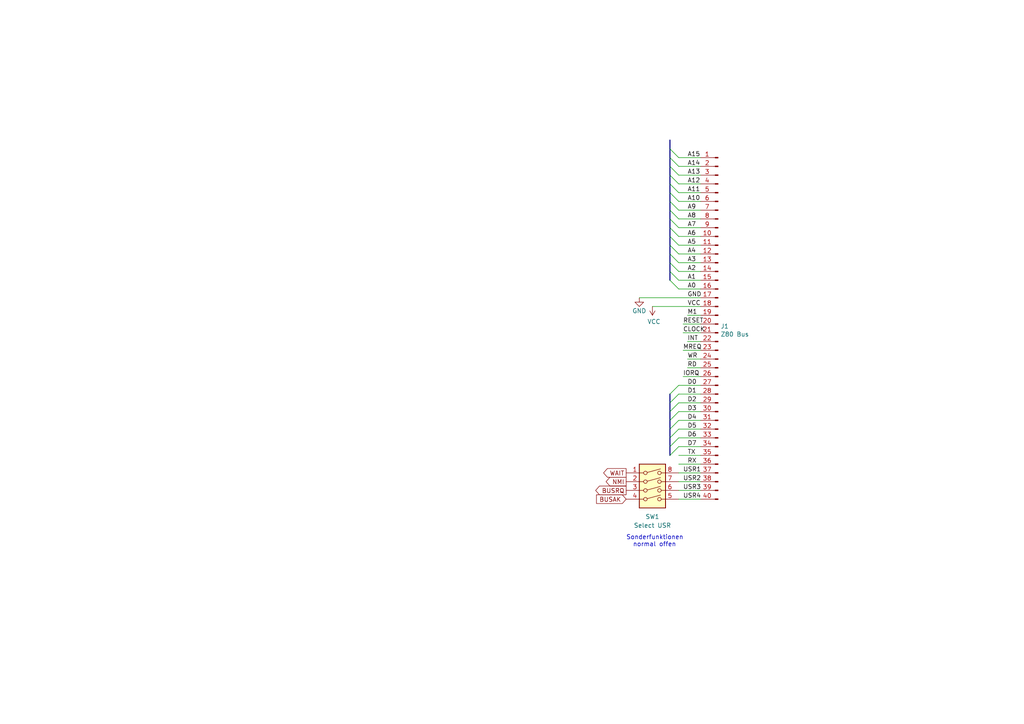
<source format=kicad_sch>
(kicad_sch (version 20230121) (generator eeschema)

  (uuid 6a1d44ed-f18a-4f6d-933d-22eba80ecf9a)

  (paper "A4")

  (title_block
    (title "aZ80 Protoboard")
    (date "18.09.2024")
    (rev "1.1")
    (company "attraktor e.V. - Frank Hellmann")
  )

  (lib_symbols
    (symbol "Switch:SW_DIP_x04" (pin_names (offset 0) hide) (in_bom yes) (on_board yes)
      (property "Reference" "SW" (at 0 8.89 0)
        (effects (font (size 1.27 1.27)))
      )
      (property "Value" "SW_DIP_x04" (at 0 -6.35 0)
        (effects (font (size 1.27 1.27)))
      )
      (property "Footprint" "" (at 0 0 0)
        (effects (font (size 1.27 1.27)) hide)
      )
      (property "Datasheet" "~" (at 0 0 0)
        (effects (font (size 1.27 1.27)) hide)
      )
      (property "ki_keywords" "dip switch" (at 0 0 0)
        (effects (font (size 1.27 1.27)) hide)
      )
      (property "ki_description" "4x DIP Switch, Single Pole Single Throw (SPST) switch, small symbol" (at 0 0 0)
        (effects (font (size 1.27 1.27)) hide)
      )
      (property "ki_fp_filters" "SW?DIP?x4*" (at 0 0 0)
        (effects (font (size 1.27 1.27)) hide)
      )
      (symbol "SW_DIP_x04_0_0"
        (circle (center -2.032 -2.54) (radius 0.508)
          (stroke (width 0) (type default))
          (fill (type none))
        )
        (circle (center -2.032 0) (radius 0.508)
          (stroke (width 0) (type default))
          (fill (type none))
        )
        (circle (center -2.032 2.54) (radius 0.508)
          (stroke (width 0) (type default))
          (fill (type none))
        )
        (circle (center -2.032 5.08) (radius 0.508)
          (stroke (width 0) (type default))
          (fill (type none))
        )
        (polyline
          (pts
            (xy -1.524 -2.3876)
            (xy 2.3622 -1.3462)
          )
          (stroke (width 0) (type default))
          (fill (type none))
        )
        (polyline
          (pts
            (xy -1.524 0.127)
            (xy 2.3622 1.1684)
          )
          (stroke (width 0) (type default))
          (fill (type none))
        )
        (polyline
          (pts
            (xy -1.524 2.667)
            (xy 2.3622 3.7084)
          )
          (stroke (width 0) (type default))
          (fill (type none))
        )
        (polyline
          (pts
            (xy -1.524 5.207)
            (xy 2.3622 6.2484)
          )
          (stroke (width 0) (type default))
          (fill (type none))
        )
        (circle (center 2.032 -2.54) (radius 0.508)
          (stroke (width 0) (type default))
          (fill (type none))
        )
        (circle (center 2.032 0) (radius 0.508)
          (stroke (width 0) (type default))
          (fill (type none))
        )
        (circle (center 2.032 2.54) (radius 0.508)
          (stroke (width 0) (type default))
          (fill (type none))
        )
        (circle (center 2.032 5.08) (radius 0.508)
          (stroke (width 0) (type default))
          (fill (type none))
        )
      )
      (symbol "SW_DIP_x04_0_1"
        (rectangle (start -3.81 7.62) (end 3.81 -5.08)
          (stroke (width 0.254) (type default))
          (fill (type background))
        )
      )
      (symbol "SW_DIP_x04_1_1"
        (pin passive line (at -7.62 5.08 0) (length 5.08)
          (name "~" (effects (font (size 1.27 1.27))))
          (number "1" (effects (font (size 1.27 1.27))))
        )
        (pin passive line (at -7.62 2.54 0) (length 5.08)
          (name "~" (effects (font (size 1.27 1.27))))
          (number "2" (effects (font (size 1.27 1.27))))
        )
        (pin passive line (at -7.62 0 0) (length 5.08)
          (name "~" (effects (font (size 1.27 1.27))))
          (number "3" (effects (font (size 1.27 1.27))))
        )
        (pin passive line (at -7.62 -2.54 0) (length 5.08)
          (name "~" (effects (font (size 1.27 1.27))))
          (number "4" (effects (font (size 1.27 1.27))))
        )
        (pin passive line (at 7.62 -2.54 180) (length 5.08)
          (name "~" (effects (font (size 1.27 1.27))))
          (number "5" (effects (font (size 1.27 1.27))))
        )
        (pin passive line (at 7.62 0 180) (length 5.08)
          (name "~" (effects (font (size 1.27 1.27))))
          (number "6" (effects (font (size 1.27 1.27))))
        )
        (pin passive line (at 7.62 2.54 180) (length 5.08)
          (name "~" (effects (font (size 1.27 1.27))))
          (number "7" (effects (font (size 1.27 1.27))))
        )
        (pin passive line (at 7.62 5.08 180) (length 5.08)
          (name "~" (effects (font (size 1.27 1.27))))
          (number "8" (effects (font (size 1.27 1.27))))
        )
      )
    )
    (symbol "aZ80_Proto-rescue:Conn_01x40_Male-Connector" (pin_names (offset 1.016) hide) (in_bom yes) (on_board yes)
      (property "Reference" "J" (at 0 50.8 0)
        (effects (font (size 1.27 1.27)))
      )
      (property "Value" "Connector_Conn_01x40_Male" (at 0 -53.34 0)
        (effects (font (size 1.27 1.27)))
      )
      (property "Footprint" "" (at 0 0 0)
        (effects (font (size 1.27 1.27)) hide)
      )
      (property "Datasheet" "" (at 0 0 0)
        (effects (font (size 1.27 1.27)) hide)
      )
      (property "ki_fp_filters" "Connector*:*_1x??_*" (at 0 0 0)
        (effects (font (size 1.27 1.27)) hide)
      )
      (symbol "Conn_01x40_Male-Connector_1_1"
        (polyline
          (pts
            (xy 1.27 -50.8)
            (xy 0.8636 -50.8)
          )
          (stroke (width 0.1524) (type solid))
          (fill (type none))
        )
        (polyline
          (pts
            (xy 1.27 -48.26)
            (xy 0.8636 -48.26)
          )
          (stroke (width 0.1524) (type solid))
          (fill (type none))
        )
        (polyline
          (pts
            (xy 1.27 -45.72)
            (xy 0.8636 -45.72)
          )
          (stroke (width 0.1524) (type solid))
          (fill (type none))
        )
        (polyline
          (pts
            (xy 1.27 -43.18)
            (xy 0.8636 -43.18)
          )
          (stroke (width 0.1524) (type solid))
          (fill (type none))
        )
        (polyline
          (pts
            (xy 1.27 -40.64)
            (xy 0.8636 -40.64)
          )
          (stroke (width 0.1524) (type solid))
          (fill (type none))
        )
        (polyline
          (pts
            (xy 1.27 -38.1)
            (xy 0.8636 -38.1)
          )
          (stroke (width 0.1524) (type solid))
          (fill (type none))
        )
        (polyline
          (pts
            (xy 1.27 -35.56)
            (xy 0.8636 -35.56)
          )
          (stroke (width 0.1524) (type solid))
          (fill (type none))
        )
        (polyline
          (pts
            (xy 1.27 -33.02)
            (xy 0.8636 -33.02)
          )
          (stroke (width 0.1524) (type solid))
          (fill (type none))
        )
        (polyline
          (pts
            (xy 1.27 -30.48)
            (xy 0.8636 -30.48)
          )
          (stroke (width 0.1524) (type solid))
          (fill (type none))
        )
        (polyline
          (pts
            (xy 1.27 -27.94)
            (xy 0.8636 -27.94)
          )
          (stroke (width 0.1524) (type solid))
          (fill (type none))
        )
        (polyline
          (pts
            (xy 1.27 -25.4)
            (xy 0.8636 -25.4)
          )
          (stroke (width 0.1524) (type solid))
          (fill (type none))
        )
        (polyline
          (pts
            (xy 1.27 -22.86)
            (xy 0.8636 -22.86)
          )
          (stroke (width 0.1524) (type solid))
          (fill (type none))
        )
        (polyline
          (pts
            (xy 1.27 -20.32)
            (xy 0.8636 -20.32)
          )
          (stroke (width 0.1524) (type solid))
          (fill (type none))
        )
        (polyline
          (pts
            (xy 1.27 -17.78)
            (xy 0.8636 -17.78)
          )
          (stroke (width 0.1524) (type solid))
          (fill (type none))
        )
        (polyline
          (pts
            (xy 1.27 -15.24)
            (xy 0.8636 -15.24)
          )
          (stroke (width 0.1524) (type solid))
          (fill (type none))
        )
        (polyline
          (pts
            (xy 1.27 -12.7)
            (xy 0.8636 -12.7)
          )
          (stroke (width 0.1524) (type solid))
          (fill (type none))
        )
        (polyline
          (pts
            (xy 1.27 -10.16)
            (xy 0.8636 -10.16)
          )
          (stroke (width 0.1524) (type solid))
          (fill (type none))
        )
        (polyline
          (pts
            (xy 1.27 -7.62)
            (xy 0.8636 -7.62)
          )
          (stroke (width 0.1524) (type solid))
          (fill (type none))
        )
        (polyline
          (pts
            (xy 1.27 -5.08)
            (xy 0.8636 -5.08)
          )
          (stroke (width 0.1524) (type solid))
          (fill (type none))
        )
        (polyline
          (pts
            (xy 1.27 -2.54)
            (xy 0.8636 -2.54)
          )
          (stroke (width 0.1524) (type solid))
          (fill (type none))
        )
        (polyline
          (pts
            (xy 1.27 0)
            (xy 0.8636 0)
          )
          (stroke (width 0.1524) (type solid))
          (fill (type none))
        )
        (polyline
          (pts
            (xy 1.27 2.54)
            (xy 0.8636 2.54)
          )
          (stroke (width 0.1524) (type solid))
          (fill (type none))
        )
        (polyline
          (pts
            (xy 1.27 5.08)
            (xy 0.8636 5.08)
          )
          (stroke (width 0.1524) (type solid))
          (fill (type none))
        )
        (polyline
          (pts
            (xy 1.27 7.62)
            (xy 0.8636 7.62)
          )
          (stroke (width 0.1524) (type solid))
          (fill (type none))
        )
        (polyline
          (pts
            (xy 1.27 10.16)
            (xy 0.8636 10.16)
          )
          (stroke (width 0.1524) (type solid))
          (fill (type none))
        )
        (polyline
          (pts
            (xy 1.27 12.7)
            (xy 0.8636 12.7)
          )
          (stroke (width 0.1524) (type solid))
          (fill (type none))
        )
        (polyline
          (pts
            (xy 1.27 15.24)
            (xy 0.8636 15.24)
          )
          (stroke (width 0.1524) (type solid))
          (fill (type none))
        )
        (polyline
          (pts
            (xy 1.27 17.78)
            (xy 0.8636 17.78)
          )
          (stroke (width 0.1524) (type solid))
          (fill (type none))
        )
        (polyline
          (pts
            (xy 1.27 20.32)
            (xy 0.8636 20.32)
          )
          (stroke (width 0.1524) (type solid))
          (fill (type none))
        )
        (polyline
          (pts
            (xy 1.27 22.86)
            (xy 0.8636 22.86)
          )
          (stroke (width 0.1524) (type solid))
          (fill (type none))
        )
        (polyline
          (pts
            (xy 1.27 25.4)
            (xy 0.8636 25.4)
          )
          (stroke (width 0.1524) (type solid))
          (fill (type none))
        )
        (polyline
          (pts
            (xy 1.27 27.94)
            (xy 0.8636 27.94)
          )
          (stroke (width 0.1524) (type solid))
          (fill (type none))
        )
        (polyline
          (pts
            (xy 1.27 30.48)
            (xy 0.8636 30.48)
          )
          (stroke (width 0.1524) (type solid))
          (fill (type none))
        )
        (polyline
          (pts
            (xy 1.27 33.02)
            (xy 0.8636 33.02)
          )
          (stroke (width 0.1524) (type solid))
          (fill (type none))
        )
        (polyline
          (pts
            (xy 1.27 35.56)
            (xy 0.8636 35.56)
          )
          (stroke (width 0.1524) (type solid))
          (fill (type none))
        )
        (polyline
          (pts
            (xy 1.27 38.1)
            (xy 0.8636 38.1)
          )
          (stroke (width 0.1524) (type solid))
          (fill (type none))
        )
        (polyline
          (pts
            (xy 1.27 40.64)
            (xy 0.8636 40.64)
          )
          (stroke (width 0.1524) (type solid))
          (fill (type none))
        )
        (polyline
          (pts
            (xy 1.27 43.18)
            (xy 0.8636 43.18)
          )
          (stroke (width 0.1524) (type solid))
          (fill (type none))
        )
        (polyline
          (pts
            (xy 1.27 45.72)
            (xy 0.8636 45.72)
          )
          (stroke (width 0.1524) (type solid))
          (fill (type none))
        )
        (polyline
          (pts
            (xy 1.27 48.26)
            (xy 0.8636 48.26)
          )
          (stroke (width 0.1524) (type solid))
          (fill (type none))
        )
        (rectangle (start 0.8636 -50.673) (end 0 -50.927)
          (stroke (width 0.1524) (type solid))
          (fill (type outline))
        )
        (rectangle (start 0.8636 -48.133) (end 0 -48.387)
          (stroke (width 0.1524) (type solid))
          (fill (type outline))
        )
        (rectangle (start 0.8636 -45.593) (end 0 -45.847)
          (stroke (width 0.1524) (type solid))
          (fill (type outline))
        )
        (rectangle (start 0.8636 -43.053) (end 0 -43.307)
          (stroke (width 0.1524) (type solid))
          (fill (type outline))
        )
        (rectangle (start 0.8636 -40.513) (end 0 -40.767)
          (stroke (width 0.1524) (type solid))
          (fill (type outline))
        )
        (rectangle (start 0.8636 -37.973) (end 0 -38.227)
          (stroke (width 0.1524) (type solid))
          (fill (type outline))
        )
        (rectangle (start 0.8636 -35.433) (end 0 -35.687)
          (stroke (width 0.1524) (type solid))
          (fill (type outline))
        )
        (rectangle (start 0.8636 -32.893) (end 0 -33.147)
          (stroke (width 0.1524) (type solid))
          (fill (type outline))
        )
        (rectangle (start 0.8636 -30.353) (end 0 -30.607)
          (stroke (width 0.1524) (type solid))
          (fill (type outline))
        )
        (rectangle (start 0.8636 -27.813) (end 0 -28.067)
          (stroke (width 0.1524) (type solid))
          (fill (type outline))
        )
        (rectangle (start 0.8636 -25.273) (end 0 -25.527)
          (stroke (width 0.1524) (type solid))
          (fill (type outline))
        )
        (rectangle (start 0.8636 -22.733) (end 0 -22.987)
          (stroke (width 0.1524) (type solid))
          (fill (type outline))
        )
        (rectangle (start 0.8636 -20.193) (end 0 -20.447)
          (stroke (width 0.1524) (type solid))
          (fill (type outline))
        )
        (rectangle (start 0.8636 -17.653) (end 0 -17.907)
          (stroke (width 0.1524) (type solid))
          (fill (type outline))
        )
        (rectangle (start 0.8636 -15.113) (end 0 -15.367)
          (stroke (width 0.1524) (type solid))
          (fill (type outline))
        )
        (rectangle (start 0.8636 -12.573) (end 0 -12.827)
          (stroke (width 0.1524) (type solid))
          (fill (type outline))
        )
        (rectangle (start 0.8636 -10.033) (end 0 -10.287)
          (stroke (width 0.1524) (type solid))
          (fill (type outline))
        )
        (rectangle (start 0.8636 -7.493) (end 0 -7.747)
          (stroke (width 0.1524) (type solid))
          (fill (type outline))
        )
        (rectangle (start 0.8636 -4.953) (end 0 -5.207)
          (stroke (width 0.1524) (type solid))
          (fill (type outline))
        )
        (rectangle (start 0.8636 -2.413) (end 0 -2.667)
          (stroke (width 0.1524) (type solid))
          (fill (type outline))
        )
        (rectangle (start 0.8636 0.127) (end 0 -0.127)
          (stroke (width 0.1524) (type solid))
          (fill (type outline))
        )
        (rectangle (start 0.8636 2.667) (end 0 2.413)
          (stroke (width 0.1524) (type solid))
          (fill (type outline))
        )
        (rectangle (start 0.8636 5.207) (end 0 4.953)
          (stroke (width 0.1524) (type solid))
          (fill (type outline))
        )
        (rectangle (start 0.8636 7.747) (end 0 7.493)
          (stroke (width 0.1524) (type solid))
          (fill (type outline))
        )
        (rectangle (start 0.8636 10.287) (end 0 10.033)
          (stroke (width 0.1524) (type solid))
          (fill (type outline))
        )
        (rectangle (start 0.8636 12.827) (end 0 12.573)
          (stroke (width 0.1524) (type solid))
          (fill (type outline))
        )
        (rectangle (start 0.8636 15.367) (end 0 15.113)
          (stroke (width 0.1524) (type solid))
          (fill (type outline))
        )
        (rectangle (start 0.8636 17.907) (end 0 17.653)
          (stroke (width 0.1524) (type solid))
          (fill (type outline))
        )
        (rectangle (start 0.8636 20.447) (end 0 20.193)
          (stroke (width 0.1524) (type solid))
          (fill (type outline))
        )
        (rectangle (start 0.8636 22.987) (end 0 22.733)
          (stroke (width 0.1524) (type solid))
          (fill (type outline))
        )
        (rectangle (start 0.8636 25.527) (end 0 25.273)
          (stroke (width 0.1524) (type solid))
          (fill (type outline))
        )
        (rectangle (start 0.8636 28.067) (end 0 27.813)
          (stroke (width 0.1524) (type solid))
          (fill (type outline))
        )
        (rectangle (start 0.8636 30.607) (end 0 30.353)
          (stroke (width 0.1524) (type solid))
          (fill (type outline))
        )
        (rectangle (start 0.8636 33.147) (end 0 32.893)
          (stroke (width 0.1524) (type solid))
          (fill (type outline))
        )
        (rectangle (start 0.8636 35.687) (end 0 35.433)
          (stroke (width 0.1524) (type solid))
          (fill (type outline))
        )
        (rectangle (start 0.8636 38.227) (end 0 37.973)
          (stroke (width 0.1524) (type solid))
          (fill (type outline))
        )
        (rectangle (start 0.8636 40.767) (end 0 40.513)
          (stroke (width 0.1524) (type solid))
          (fill (type outline))
        )
        (rectangle (start 0.8636 43.307) (end 0 43.053)
          (stroke (width 0.1524) (type solid))
          (fill (type outline))
        )
        (rectangle (start 0.8636 45.847) (end 0 45.593)
          (stroke (width 0.1524) (type solid))
          (fill (type outline))
        )
        (rectangle (start 0.8636 48.387) (end 0 48.133)
          (stroke (width 0.1524) (type solid))
          (fill (type outline))
        )
        (pin passive line (at 5.08 48.26 180) (length 3.81)
          (name "Pin_1" (effects (font (size 1.27 1.27))))
          (number "1" (effects (font (size 1.27 1.27))))
        )
        (pin passive line (at 5.08 25.4 180) (length 3.81)
          (name "Pin_10" (effects (font (size 1.27 1.27))))
          (number "10" (effects (font (size 1.27 1.27))))
        )
        (pin passive line (at 5.08 22.86 180) (length 3.81)
          (name "Pin_11" (effects (font (size 1.27 1.27))))
          (number "11" (effects (font (size 1.27 1.27))))
        )
        (pin passive line (at 5.08 20.32 180) (length 3.81)
          (name "Pin_12" (effects (font (size 1.27 1.27))))
          (number "12" (effects (font (size 1.27 1.27))))
        )
        (pin passive line (at 5.08 17.78 180) (length 3.81)
          (name "Pin_13" (effects (font (size 1.27 1.27))))
          (number "13" (effects (font (size 1.27 1.27))))
        )
        (pin passive line (at 5.08 15.24 180) (length 3.81)
          (name "Pin_14" (effects (font (size 1.27 1.27))))
          (number "14" (effects (font (size 1.27 1.27))))
        )
        (pin passive line (at 5.08 12.7 180) (length 3.81)
          (name "Pin_15" (effects (font (size 1.27 1.27))))
          (number "15" (effects (font (size 1.27 1.27))))
        )
        (pin passive line (at 5.08 10.16 180) (length 3.81)
          (name "Pin_16" (effects (font (size 1.27 1.27))))
          (number "16" (effects (font (size 1.27 1.27))))
        )
        (pin passive line (at 5.08 7.62 180) (length 3.81)
          (name "Pin_17" (effects (font (size 1.27 1.27))))
          (number "17" (effects (font (size 1.27 1.27))))
        )
        (pin passive line (at 5.08 5.08 180) (length 3.81)
          (name "Pin_18" (effects (font (size 1.27 1.27))))
          (number "18" (effects (font (size 1.27 1.27))))
        )
        (pin passive line (at 5.08 2.54 180) (length 3.81)
          (name "Pin_19" (effects (font (size 1.27 1.27))))
          (number "19" (effects (font (size 1.27 1.27))))
        )
        (pin passive line (at 5.08 45.72 180) (length 3.81)
          (name "Pin_2" (effects (font (size 1.27 1.27))))
          (number "2" (effects (font (size 1.27 1.27))))
        )
        (pin passive line (at 5.08 0 180) (length 3.81)
          (name "Pin_20" (effects (font (size 1.27 1.27))))
          (number "20" (effects (font (size 1.27 1.27))))
        )
        (pin passive line (at 5.08 -2.54 180) (length 3.81)
          (name "Pin_21" (effects (font (size 1.27 1.27))))
          (number "21" (effects (font (size 1.27 1.27))))
        )
        (pin passive line (at 5.08 -5.08 180) (length 3.81)
          (name "Pin_22" (effects (font (size 1.27 1.27))))
          (number "22" (effects (font (size 1.27 1.27))))
        )
        (pin passive line (at 5.08 -7.62 180) (length 3.81)
          (name "Pin_23" (effects (font (size 1.27 1.27))))
          (number "23" (effects (font (size 1.27 1.27))))
        )
        (pin passive line (at 5.08 -10.16 180) (length 3.81)
          (name "Pin_24" (effects (font (size 1.27 1.27))))
          (number "24" (effects (font (size 1.27 1.27))))
        )
        (pin passive line (at 5.08 -12.7 180) (length 3.81)
          (name "Pin_25" (effects (font (size 1.27 1.27))))
          (number "25" (effects (font (size 1.27 1.27))))
        )
        (pin passive line (at 5.08 -15.24 180) (length 3.81)
          (name "Pin_26" (effects (font (size 1.27 1.27))))
          (number "26" (effects (font (size 1.27 1.27))))
        )
        (pin passive line (at 5.08 -17.78 180) (length 3.81)
          (name "Pin_27" (effects (font (size 1.27 1.27))))
          (number "27" (effects (font (size 1.27 1.27))))
        )
        (pin passive line (at 5.08 -20.32 180) (length 3.81)
          (name "Pin_28" (effects (font (size 1.27 1.27))))
          (number "28" (effects (font (size 1.27 1.27))))
        )
        (pin passive line (at 5.08 -22.86 180) (length 3.81)
          (name "Pin_29" (effects (font (size 1.27 1.27))))
          (number "29" (effects (font (size 1.27 1.27))))
        )
        (pin passive line (at 5.08 43.18 180) (length 3.81)
          (name "Pin_3" (effects (font (size 1.27 1.27))))
          (number "3" (effects (font (size 1.27 1.27))))
        )
        (pin passive line (at 5.08 -25.4 180) (length 3.81)
          (name "Pin_30" (effects (font (size 1.27 1.27))))
          (number "30" (effects (font (size 1.27 1.27))))
        )
        (pin passive line (at 5.08 -27.94 180) (length 3.81)
          (name "Pin_31" (effects (font (size 1.27 1.27))))
          (number "31" (effects (font (size 1.27 1.27))))
        )
        (pin passive line (at 5.08 -30.48 180) (length 3.81)
          (name "Pin_32" (effects (font (size 1.27 1.27))))
          (number "32" (effects (font (size 1.27 1.27))))
        )
        (pin passive line (at 5.08 -33.02 180) (length 3.81)
          (name "Pin_33" (effects (font (size 1.27 1.27))))
          (number "33" (effects (font (size 1.27 1.27))))
        )
        (pin passive line (at 5.08 -35.56 180) (length 3.81)
          (name "Pin_34" (effects (font (size 1.27 1.27))))
          (number "34" (effects (font (size 1.27 1.27))))
        )
        (pin passive line (at 5.08 -38.1 180) (length 3.81)
          (name "Pin_35" (effects (font (size 1.27 1.27))))
          (number "35" (effects (font (size 1.27 1.27))))
        )
        (pin passive line (at 5.08 -40.64 180) (length 3.81)
          (name "Pin_36" (effects (font (size 1.27 1.27))))
          (number "36" (effects (font (size 1.27 1.27))))
        )
        (pin passive line (at 5.08 -43.18 180) (length 3.81)
          (name "Pin_37" (effects (font (size 1.27 1.27))))
          (number "37" (effects (font (size 1.27 1.27))))
        )
        (pin passive line (at 5.08 -45.72 180) (length 3.81)
          (name "Pin_38" (effects (font (size 1.27 1.27))))
          (number "38" (effects (font (size 1.27 1.27))))
        )
        (pin passive line (at 5.08 -48.26 180) (length 3.81)
          (name "Pin_39" (effects (font (size 1.27 1.27))))
          (number "39" (effects (font (size 1.27 1.27))))
        )
        (pin passive line (at 5.08 40.64 180) (length 3.81)
          (name "Pin_4" (effects (font (size 1.27 1.27))))
          (number "4" (effects (font (size 1.27 1.27))))
        )
        (pin passive line (at 5.08 -50.8 180) (length 3.81)
          (name "Pin_40" (effects (font (size 1.27 1.27))))
          (number "40" (effects (font (size 1.27 1.27))))
        )
        (pin passive line (at 5.08 38.1 180) (length 3.81)
          (name "Pin_5" (effects (font (size 1.27 1.27))))
          (number "5" (effects (font (size 1.27 1.27))))
        )
        (pin passive line (at 5.08 35.56 180) (length 3.81)
          (name "Pin_6" (effects (font (size 1.27 1.27))))
          (number "6" (effects (font (size 1.27 1.27))))
        )
        (pin passive line (at 5.08 33.02 180) (length 3.81)
          (name "Pin_7" (effects (font (size 1.27 1.27))))
          (number "7" (effects (font (size 1.27 1.27))))
        )
        (pin passive line (at 5.08 30.48 180) (length 3.81)
          (name "Pin_8" (effects (font (size 1.27 1.27))))
          (number "8" (effects (font (size 1.27 1.27))))
        )
        (pin passive line (at 5.08 27.94 180) (length 3.81)
          (name "Pin_9" (effects (font (size 1.27 1.27))))
          (number "9" (effects (font (size 1.27 1.27))))
        )
      )
    )
    (symbol "power:GND" (power) (pin_names (offset 0)) (in_bom yes) (on_board yes)
      (property "Reference" "#PWR" (at 0 -6.35 0)
        (effects (font (size 1.27 1.27)) hide)
      )
      (property "Value" "GND" (at 0 -3.81 0)
        (effects (font (size 1.27 1.27)))
      )
      (property "Footprint" "" (at 0 0 0)
        (effects (font (size 1.27 1.27)) hide)
      )
      (property "Datasheet" "" (at 0 0 0)
        (effects (font (size 1.27 1.27)) hide)
      )
      (property "ki_keywords" "global power" (at 0 0 0)
        (effects (font (size 1.27 1.27)) hide)
      )
      (property "ki_description" "Power symbol creates a global label with name \"GND\" , ground" (at 0 0 0)
        (effects (font (size 1.27 1.27)) hide)
      )
      (symbol "GND_0_1"
        (polyline
          (pts
            (xy 0 0)
            (xy 0 -1.27)
            (xy 1.27 -1.27)
            (xy 0 -2.54)
            (xy -1.27 -1.27)
            (xy 0 -1.27)
          )
          (stroke (width 0) (type default))
          (fill (type none))
        )
      )
      (symbol "GND_1_1"
        (pin power_in line (at 0 0 270) (length 0) hide
          (name "GND" (effects (font (size 1.27 1.27))))
          (number "1" (effects (font (size 1.27 1.27))))
        )
      )
    )
    (symbol "power:VCC" (power) (pin_names (offset 0)) (in_bom yes) (on_board yes)
      (property "Reference" "#PWR" (at 0 -3.81 0)
        (effects (font (size 1.27 1.27)) hide)
      )
      (property "Value" "VCC" (at 0 3.81 0)
        (effects (font (size 1.27 1.27)))
      )
      (property "Footprint" "" (at 0 0 0)
        (effects (font (size 1.27 1.27)) hide)
      )
      (property "Datasheet" "" (at 0 0 0)
        (effects (font (size 1.27 1.27)) hide)
      )
      (property "ki_keywords" "global power" (at 0 0 0)
        (effects (font (size 1.27 1.27)) hide)
      )
      (property "ki_description" "Power symbol creates a global label with name \"VCC\"" (at 0 0 0)
        (effects (font (size 1.27 1.27)) hide)
      )
      (symbol "VCC_0_1"
        (polyline
          (pts
            (xy -0.762 1.27)
            (xy 0 2.54)
          )
          (stroke (width 0) (type default))
          (fill (type none))
        )
        (polyline
          (pts
            (xy 0 0)
            (xy 0 2.54)
          )
          (stroke (width 0) (type default))
          (fill (type none))
        )
        (polyline
          (pts
            (xy 0 2.54)
            (xy 0.762 1.27)
          )
          (stroke (width 0) (type default))
          (fill (type none))
        )
      )
      (symbol "VCC_1_1"
        (pin power_in line (at 0 0 90) (length 0) hide
          (name "VCC" (effects (font (size 1.27 1.27))))
          (number "1" (effects (font (size 1.27 1.27))))
        )
      )
    )
  )


  (bus_entry (at 194.31 119.38) (size 2.54 -2.54)
    (stroke (width 0) (type default))
    (uuid 2d666c85-11fb-4073-bce9-0608d21b8eca)
  )
  (bus_entry (at 196.85 129.54) (size -2.54 2.54)
    (stroke (width 0) (type default))
    (uuid 2ebf22bc-9c5d-45b6-80b4-a950d31ded25)
  )
  (bus_entry (at 194.31 58.42) (size 2.54 2.54)
    (stroke (width 0) (type default))
    (uuid 388060c3-ff34-4d02-8492-e2394543665c)
  )
  (bus_entry (at 194.31 76.2) (size 2.54 2.54)
    (stroke (width 0) (type default))
    (uuid 4bb31f04-6c37-4a08-9e47-b751cc647be9)
  )
  (bus_entry (at 194.31 73.66) (size 2.54 2.54)
    (stroke (width 0) (type default))
    (uuid 4e1ddb3e-dd75-4ee7-aa3f-6226fd8918b5)
  )
  (bus_entry (at 194.31 43.18) (size 2.54 2.54)
    (stroke (width 0) (type default))
    (uuid 4e9644d9-e465-4dd8-939e-d58e8dcf97dc)
  )
  (bus_entry (at 194.31 63.5) (size 2.54 2.54)
    (stroke (width 0) (type default))
    (uuid 5d39150c-3250-4d1a-9a54-3ccf4cefc418)
  )
  (bus_entry (at 194.31 53.34) (size 2.54 2.54)
    (stroke (width 0) (type default))
    (uuid 62f3d11a-2746-4978-b3b4-5f80c562ca09)
  )
  (bus_entry (at 194.31 129.54) (size 2.54 -2.54)
    (stroke (width 0) (type default))
    (uuid 78e8e4be-98be-40e3-87c2-ee23b552606f)
  )
  (bus_entry (at 194.31 68.58) (size 2.54 2.54)
    (stroke (width 0) (type default))
    (uuid 7b8a7804-5fd4-412b-9e7c-c05f33cbe9c1)
  )
  (bus_entry (at 194.31 60.96) (size 2.54 2.54)
    (stroke (width 0) (type default))
    (uuid 8cbcd9cf-024f-4092-b67a-5f996f0a7607)
  )
  (bus_entry (at 194.31 124.46) (size 2.54 -2.54)
    (stroke (width 0) (type default))
    (uuid 9cc4f8d1-0054-44f0-9dfe-01c8b9406dbb)
  )
  (bus_entry (at 194.31 66.04) (size 2.54 2.54)
    (stroke (width 0) (type default))
    (uuid a54f3d1c-7122-4645-b3ec-6c4a939a311e)
  )
  (bus_entry (at 194.31 48.26) (size 2.54 2.54)
    (stroke (width 0) (type default))
    (uuid afc0618e-8518-4ff8-99c5-b8a765ab005f)
  )
  (bus_entry (at 194.31 78.74) (size 2.54 2.54)
    (stroke (width 0) (type default))
    (uuid b384b87a-8ddd-4849-b115-15c22114ccb9)
  )
  (bus_entry (at 194.31 71.12) (size 2.54 2.54)
    (stroke (width 0) (type default))
    (uuid bae410a2-bbc4-4d87-9373-de30a0c7fac0)
  )
  (bus_entry (at 194.31 45.72) (size 2.54 2.54)
    (stroke (width 0) (type default))
    (uuid bb92b1e4-6f7e-4474-8c36-c335c2253634)
  )
  (bus_entry (at 194.31 50.8) (size 2.54 2.54)
    (stroke (width 0) (type default))
    (uuid d0a88c1c-7177-4b28-aa41-d5fa9405253a)
  )
  (bus_entry (at 194.31 127) (size 2.54 -2.54)
    (stroke (width 0) (type default))
    (uuid dc8f9d58-8f20-441b-9d60-8c8c4f1dfcae)
  )
  (bus_entry (at 194.31 116.84) (size 2.54 -2.54)
    (stroke (width 0) (type default))
    (uuid de8764be-0070-4729-ba92-02bbdc34c41c)
  )
  (bus_entry (at 194.31 55.88) (size 2.54 2.54)
    (stroke (width 0) (type default))
    (uuid f086dbf1-9647-4eda-9b54-51801e142b47)
  )
  (bus_entry (at 194.31 114.3) (size 2.54 -2.54)
    (stroke (width 0) (type default))
    (uuid f192c201-0d92-451c-8d81-1e96b7b62c3d)
  )
  (bus_entry (at 194.31 81.28) (size 2.54 2.54)
    (stroke (width 0) (type default))
    (uuid f5cd8598-0b4a-4fe0-bdd9-9d985f5c2a7b)
  )
  (bus_entry (at 194.31 121.92) (size 2.54 -2.54)
    (stroke (width 0) (type default))
    (uuid ff424bf5-dd26-4bac-8afe-6a82de2f2ad1)
  )

  (wire (pts (xy 203.2 124.46) (xy 196.85 124.46))
    (stroke (width 0) (type default))
    (uuid 02ec46b0-08de-4e8a-adca-7b7d2e65f6a8)
  )
  (bus (pts (xy 194.31 48.26) (xy 194.31 50.8))
    (stroke (width 0) (type default))
    (uuid 0842f20e-5d57-47f1-83c2-f618bc50c82a)
  )

  (wire (pts (xy 203.2 78.74) (xy 196.85 78.74))
    (stroke (width 0) (type default))
    (uuid 0889882c-b382-41b4-9133-0329fc5892b5)
  )
  (bus (pts (xy 194.31 43.18) (xy 194.31 45.72))
    (stroke (width 0) (type default))
    (uuid 0cb1fde3-58ba-495b-af7a-6c2409f4220b)
  )

  (wire (pts (xy 203.2 91.44) (xy 199.39 91.44))
    (stroke (width 0) (type default))
    (uuid 0d2cc791-86e8-487f-b78e-06c69ad0938f)
  )
  (bus (pts (xy 194.31 45.72) (xy 194.31 48.26))
    (stroke (width 0) (type default))
    (uuid 0e95566f-b102-44c6-9cef-6401d67da276)
  )

  (wire (pts (xy 203.2 144.78) (xy 196.85 144.78))
    (stroke (width 0) (type default))
    (uuid 11a3b6a7-8b76-4189-b0a9-28e603e3c872)
  )
  (bus (pts (xy 194.31 119.38) (xy 194.31 121.92))
    (stroke (width 0) (type default))
    (uuid 1b33e2b7-a351-4c5c-b120-8c4e71bf3fbd)
  )

  (wire (pts (xy 203.2 55.88) (xy 196.85 55.88))
    (stroke (width 0) (type default))
    (uuid 1d856a87-e9e2-44c7-85d2-88bc2e1ef46b)
  )
  (bus (pts (xy 194.31 73.66) (xy 194.31 76.2))
    (stroke (width 0) (type default))
    (uuid 2c85006d-0675-48ed-a628-a72b1a54ea91)
  )

  (wire (pts (xy 203.2 134.62) (xy 196.85 134.62))
    (stroke (width 0) (type default))
    (uuid 2de35631-1023-461f-b7b4-2b8ed7a136f0)
  )
  (wire (pts (xy 203.2 99.06) (xy 199.39 99.06))
    (stroke (width 0) (type default))
    (uuid 2e4cd78d-4017-4d05-bd19-718c6ff13d6e)
  )
  (wire (pts (xy 203.2 114.3) (xy 196.85 114.3))
    (stroke (width 0) (type default))
    (uuid 303659e0-80d7-4bb6-b72d-9cfc59884d10)
  )
  (bus (pts (xy 194.31 71.12) (xy 194.31 73.66))
    (stroke (width 0) (type default))
    (uuid 3dca2b57-4acb-430c-afb3-7071576f6dfd)
  )

  (wire (pts (xy 203.2 76.2) (xy 196.85 76.2))
    (stroke (width 0) (type default))
    (uuid 40647120-4fdf-4fd0-94f7-eedfb4804068)
  )
  (bus (pts (xy 194.31 76.2) (xy 194.31 78.74))
    (stroke (width 0) (type default))
    (uuid 47e3ebe4-4ff1-473b-841b-3422fdf29206)
  )
  (bus (pts (xy 194.31 127) (xy 194.31 129.54))
    (stroke (width 0) (type default))
    (uuid 55258868-3a7c-4532-99c3-86caf073196b)
  )
  (bus (pts (xy 194.31 55.88) (xy 194.31 58.42))
    (stroke (width 0) (type default))
    (uuid 572bbb0d-3119-4f0d-86be-dfa961a03143)
  )

  (wire (pts (xy 203.2 53.34) (xy 196.85 53.34))
    (stroke (width 0) (type default))
    (uuid 5a710e3d-7874-423c-a3dd-f63d7ac5513d)
  )
  (bus (pts (xy 194.31 63.5) (xy 194.31 66.04))
    (stroke (width 0) (type default))
    (uuid 5b1cf8ad-348c-4a85-a566-5b54ae4a813d)
  )

  (wire (pts (xy 189.23 88.9) (xy 203.2 88.9))
    (stroke (width 0) (type default))
    (uuid 63ef7f9d-abb7-4313-a877-757f867ea806)
  )
  (wire (pts (xy 203.2 129.54) (xy 196.85 129.54))
    (stroke (width 0) (type default))
    (uuid 649b7ddf-2314-453e-bae3-e19f5c7ea498)
  )
  (bus (pts (xy 194.31 53.34) (xy 194.31 55.88))
    (stroke (width 0) (type default))
    (uuid 6943047f-003e-419a-a5bb-6bd50c662165)
  )

  (wire (pts (xy 203.2 101.6) (xy 198.12 101.6))
    (stroke (width 0) (type default))
    (uuid 70f7c261-20a2-4c88-86e4-bf9aedef0419)
  )
  (wire (pts (xy 203.2 48.26) (xy 196.85 48.26))
    (stroke (width 0) (type default))
    (uuid 72fd8aa4-1cd1-471f-b803-e066c2ccb0a1)
  )
  (bus (pts (xy 194.31 114.3) (xy 194.31 116.84))
    (stroke (width 0) (type default))
    (uuid 741be2cb-8cd6-4062-b462-9252f2956ee1)
  )
  (bus (pts (xy 194.31 40.64) (xy 194.31 43.18))
    (stroke (width 0) (type default))
    (uuid 76436392-3210-49ea-a54b-c4e7335b1398)
  )

  (wire (pts (xy 203.2 50.8) (xy 196.85 50.8))
    (stroke (width 0) (type default))
    (uuid 77740bfc-4065-4cb5-b4f4-926bc32146fd)
  )
  (wire (pts (xy 203.2 81.28) (xy 196.85 81.28))
    (stroke (width 0) (type default))
    (uuid 77bf86a6-d884-4ade-9d10-896317d7b985)
  )
  (bus (pts (xy 194.31 78.74) (xy 194.31 81.28))
    (stroke (width 0) (type default))
    (uuid 7bde53f8-9d02-481d-a2e9-12b95f18aa6a)
  )

  (wire (pts (xy 203.2 132.08) (xy 196.85 132.08))
    (stroke (width 0) (type default))
    (uuid 7dcf1232-06d2-4d6b-a239-ddfee194be82)
  )
  (wire (pts (xy 203.2 116.84) (xy 196.85 116.84))
    (stroke (width 0) (type default))
    (uuid 814c340c-f2c9-4f23-b764-1b40ae77f9cd)
  )
  (bus (pts (xy 194.31 68.58) (xy 194.31 71.12))
    (stroke (width 0) (type default))
    (uuid 81ee42c6-2aaa-4e17-a90b-4a4c02872e05)
  )
  (bus (pts (xy 194.31 58.42) (xy 194.31 60.96))
    (stroke (width 0) (type default))
    (uuid 901780b9-394d-47d5-923e-2de1f3576964)
  )

  (wire (pts (xy 185.42 86.36) (xy 203.2 86.36))
    (stroke (width 0) (type default))
    (uuid 9335d15a-5388-4bf4-a017-d7916ca45dff)
  )
  (bus (pts (xy 194.31 60.96) (xy 194.31 63.5))
    (stroke (width 0) (type default))
    (uuid 94962e84-22fa-405a-bbdf-ce54d76d5fff)
  )

  (wire (pts (xy 203.2 73.66) (xy 196.85 73.66))
    (stroke (width 0) (type default))
    (uuid 94d42dc8-d2e5-4f88-b6f7-56132d4dba57)
  )
  (bus (pts (xy 194.31 121.92) (xy 194.31 124.46))
    (stroke (width 0) (type default))
    (uuid 9cc42178-0314-45f8-9446-597e9d3db087)
  )

  (wire (pts (xy 203.2 119.38) (xy 196.85 119.38))
    (stroke (width 0) (type default))
    (uuid 9e287b20-928b-4c18-b372-1c0aba7a23a9)
  )
  (wire (pts (xy 203.2 68.58) (xy 196.85 68.58))
    (stroke (width 0) (type default))
    (uuid ad2f4d49-9a22-48be-a21c-9c17a9a471c8)
  )
  (wire (pts (xy 203.2 93.98) (xy 198.12 93.98))
    (stroke (width 0) (type default))
    (uuid b1f72445-ef60-4b44-abec-5bd29e1b54b5)
  )
  (wire (pts (xy 203.2 63.5) (xy 196.85 63.5))
    (stroke (width 0) (type default))
    (uuid b6294771-1a31-427a-9a13-406ce2b670d5)
  )
  (wire (pts (xy 203.2 104.14) (xy 199.39 104.14))
    (stroke (width 0) (type default))
    (uuid b6e8d5dd-b654-4efe-9827-8e4cdf2e75ed)
  )
  (wire (pts (xy 203.2 106.68) (xy 199.39 106.68))
    (stroke (width 0) (type default))
    (uuid b7a82574-75be-4ee8-833a-fcbd956dde8b)
  )
  (wire (pts (xy 203.2 83.82) (xy 196.85 83.82))
    (stroke (width 0) (type default))
    (uuid baf651ef-e2f6-4030-bca1-4d4f86b74648)
  )
  (wire (pts (xy 203.2 60.96) (xy 196.85 60.96))
    (stroke (width 0) (type default))
    (uuid be0a99df-14e7-4d60-84c0-c2e299e0bfda)
  )
  (wire (pts (xy 203.2 109.22) (xy 198.12 109.22))
    (stroke (width 0) (type default))
    (uuid beaaf047-7441-4d18-83b9-12567f2d4e03)
  )
  (bus (pts (xy 194.31 50.8) (xy 194.31 53.34))
    (stroke (width 0) (type default))
    (uuid c57ffbd4-96db-445f-b6ca-754f9163f7e7)
  )

  (wire (pts (xy 203.2 66.04) (xy 196.85 66.04))
    (stroke (width 0) (type default))
    (uuid c95e8d2b-f1ed-4daf-8bcd-7bf2086ed3ea)
  )
  (bus (pts (xy 194.31 124.46) (xy 194.31 127))
    (stroke (width 0) (type default))
    (uuid cffff042-c3ea-4947-9dde-c5941059ffd4)
  )

  (wire (pts (xy 203.2 137.16) (xy 196.85 137.16))
    (stroke (width 0) (type default))
    (uuid d1b99dfd-1525-418f-a54f-99a8584e156e)
  )
  (wire (pts (xy 203.2 45.72) (xy 196.85 45.72))
    (stroke (width 0) (type default))
    (uuid d5861b91-80ec-4d0e-a9b3-6e3ad5854939)
  )
  (wire (pts (xy 203.2 71.12) (xy 196.85 71.12))
    (stroke (width 0) (type default))
    (uuid d7341022-2a9e-4481-b378-196009db78e5)
  )
  (wire (pts (xy 203.2 111.76) (xy 196.85 111.76))
    (stroke (width 0) (type default))
    (uuid db28492d-ef77-48e4-abda-f921472b8dca)
  )
  (wire (pts (xy 203.2 139.7) (xy 196.85 139.7))
    (stroke (width 0) (type default))
    (uuid ec25b109-b174-4168-9832-71e055636dd1)
  )
  (wire (pts (xy 203.2 142.24) (xy 196.85 142.24))
    (stroke (width 0) (type default))
    (uuid edf94c1f-5923-4b6d-866a-a9312b6b7b55)
  )
  (wire (pts (xy 203.2 121.92) (xy 196.85 121.92))
    (stroke (width 0) (type default))
    (uuid eede4b97-997b-49b6-b880-e8ce74c34454)
  )
  (bus (pts (xy 194.31 129.54) (xy 194.31 132.08))
    (stroke (width 0) (type default))
    (uuid f0c2573a-733b-43b3-984f-83e736f1ccb2)
  )
  (bus (pts (xy 194.31 116.84) (xy 194.31 119.38))
    (stroke (width 0) (type default))
    (uuid f294baa3-0dfc-4f57-83e7-cb0c42ef654d)
  )

  (wire (pts (xy 203.2 96.52) (xy 198.12 96.52))
    (stroke (width 0) (type default))
    (uuid f3296f35-f85f-40a4-a1d5-424ffa7b8ae6)
  )
  (bus (pts (xy 194.31 66.04) (xy 194.31 68.58))
    (stroke (width 0) (type default))
    (uuid f41be9db-e1e4-41d8-9da5-7d46e4d3e670)
  )

  (wire (pts (xy 203.2 127) (xy 196.85 127))
    (stroke (width 0) (type default))
    (uuid f42f4ed0-d61e-444d-9a27-7ef3c081478b)
  )
  (wire (pts (xy 203.2 58.42) (xy 196.85 58.42))
    (stroke (width 0) (type default))
    (uuid fd6eeffa-b388-4257-88dc-8dc89c5bb5c8)
  )

  (text "Sonderfunktionen\n  normal offen" (at 181.61 158.75 0)
    (effects (font (size 1.27 1.27)) (justify left bottom))
    (uuid 2a2a0b49-1778-4eea-9753-a5d0df9b2427)
  )

  (label "A6" (at 199.39 68.58 0)
    (effects (font (size 1.27 1.27)) (justify left bottom))
    (uuid 075535ad-c265-44b3-bcd1-8d2511ea8015)
  )
  (label "A3" (at 199.39 76.2 0)
    (effects (font (size 1.27 1.27)) (justify left bottom))
    (uuid 10512401-ad6a-4dee-a9c9-f28cae49f638)
  )
  (label "WR" (at 199.39 104.14 0)
    (effects (font (size 1.27 1.27)) (justify left bottom))
    (uuid 1430ccb3-9a72-424b-9980-3a6fe36a1f7e)
  )
  (label "A0" (at 199.39 83.82 0)
    (effects (font (size 1.27 1.27)) (justify left bottom))
    (uuid 1b23ff17-61b0-4049-8ef8-16ad6db21e48)
  )
  (label "USR2" (at 198.12 139.7 0)
    (effects (font (size 1.27 1.27)) (justify left bottom))
    (uuid 24f0b530-3571-4781-80c1-c45de7782934)
  )
  (label "D1" (at 199.39 114.3 0)
    (effects (font (size 1.27 1.27)) (justify left bottom))
    (uuid 33e21bc9-5ce8-4373-9c03-458314d80e37)
  )
  (label "TX" (at 199.39 132.08 0)
    (effects (font (size 1.27 1.27)) (justify left bottom))
    (uuid 3bc338cc-32ed-43b4-8d8a-8ad6932098ea)
  )
  (label "D4" (at 199.39 121.92 0)
    (effects (font (size 1.27 1.27)) (justify left bottom))
    (uuid 464744dc-af16-482e-807c-75056071a9d8)
  )
  (label "IORQ" (at 198.12 109.22 0)
    (effects (font (size 1.27 1.27)) (justify left bottom))
    (uuid 4ca95b59-33a6-4904-972a-a5d9728e5192)
  )
  (label "USR1" (at 198.12 137.16 0)
    (effects (font (size 1.27 1.27)) (justify left bottom))
    (uuid 57969184-2427-4544-9e36-2c75bf9b25b4)
  )
  (label "A9" (at 199.39 60.96 0)
    (effects (font (size 1.27 1.27)) (justify left bottom))
    (uuid 5b5de786-484d-48ac-9bee-cc4da11ca342)
  )
  (label "A10" (at 199.39 58.42 0)
    (effects (font (size 1.27 1.27)) (justify left bottom))
    (uuid 5ba2b0ef-5c3a-4ff1-9fd2-92d84605504c)
  )
  (label "A12" (at 199.39 53.34 0)
    (effects (font (size 1.27 1.27)) (justify left bottom))
    (uuid 5e49445c-f1c0-4498-8d91-bd9895a0ca21)
  )
  (label "A5" (at 199.39 71.12 0)
    (effects (font (size 1.27 1.27)) (justify left bottom))
    (uuid 6433ea61-24ea-45e6-a3b5-7ce2e5fda72d)
  )
  (label "VCC" (at 199.39 88.9 0)
    (effects (font (size 1.27 1.27)) (justify left bottom))
    (uuid 65e6d903-4dba-41d8-9303-f8da0be54bfb)
  )
  (label "A8" (at 199.39 63.5 0)
    (effects (font (size 1.27 1.27)) (justify left bottom))
    (uuid 69cc8f34-19d9-41f9-bfe3-3049027b3975)
  )
  (label "A1" (at 199.39 81.28 0)
    (effects (font (size 1.27 1.27)) (justify left bottom))
    (uuid 6a827b86-ac53-4e7b-b8a9-7e56ae5df947)
  )
  (label "A15" (at 199.39 45.72 0)
    (effects (font (size 1.27 1.27)) (justify left bottom))
    (uuid 709ecf06-ffce-403b-a547-13aaaca7b098)
  )
  (label "D7" (at 199.39 129.54 0)
    (effects (font (size 1.27 1.27)) (justify left bottom))
    (uuid 79cd1420-bbc0-487a-97c8-a65809515c26)
  )
  (label "A13" (at 199.39 50.8 0)
    (effects (font (size 1.27 1.27)) (justify left bottom))
    (uuid 8099377e-3800-4b47-bf6e-84c099a2f7ee)
  )
  (label "USR3" (at 198.12 142.24 0)
    (effects (font (size 1.27 1.27)) (justify left bottom))
    (uuid 8b4f3dd6-54d4-45a5-8673-92b231ee14fe)
  )
  (label "RD" (at 199.39 106.68 0)
    (effects (font (size 1.27 1.27)) (justify left bottom))
    (uuid 92c3c249-1860-45e0-b62e-9d0b5c106a2c)
  )
  (label "RESET" (at 198.12 93.98 0)
    (effects (font (size 1.27 1.27)) (justify left bottom))
    (uuid 96c84d3c-aae5-479a-b0f0-f7f0b0e909ac)
  )
  (label "D3" (at 199.39 119.38 0)
    (effects (font (size 1.27 1.27)) (justify left bottom))
    (uuid a1fe9308-3feb-4fbf-ae2f-b63695de023b)
  )
  (label "RX" (at 199.39 134.62 0)
    (effects (font (size 1.27 1.27)) (justify left bottom))
    (uuid a79696d3-b547-438d-a790-b51e770f13f5)
  )
  (label "M1" (at 199.39 91.44 0)
    (effects (font (size 1.27 1.27)) (justify left bottom))
    (uuid ad0c319d-0555-440b-bb7b-3bcf642246fc)
  )
  (label "CLOCK" (at 198.12 96.52 0)
    (effects (font (size 1.27 1.27)) (justify left bottom))
    (uuid b2bf40e9-52e1-4511-b614-5e533a85a784)
  )
  (label "D6" (at 199.39 127 0)
    (effects (font (size 1.27 1.27)) (justify left bottom))
    (uuid b70f5ab8-608d-4c20-803a-b03de80e2a5d)
  )
  (label "A7" (at 199.39 66.04 0)
    (effects (font (size 1.27 1.27)) (justify left bottom))
    (uuid bb8193b3-394c-4258-bed4-f6df7df51477)
  )
  (label "A14" (at 199.39 48.26 0)
    (effects (font (size 1.27 1.27)) (justify left bottom))
    (uuid c2d3d850-45c3-48e4-968d-a34dfd63da81)
  )
  (label "USR4" (at 198.12 144.78 0)
    (effects (font (size 1.27 1.27)) (justify left bottom))
    (uuid d0bb0550-7961-420b-a397-bc58de171674)
  )
  (label "GND" (at 199.39 86.36 0)
    (effects (font (size 1.27 1.27)) (justify left bottom))
    (uuid d9a2a1f3-0894-447f-acb6-af2b7a2af3dc)
  )
  (label "A11" (at 199.39 55.88 0)
    (effects (font (size 1.27 1.27)) (justify left bottom))
    (uuid dec228b6-d978-4544-84fb-0c67625103fc)
  )
  (label "D0" (at 199.39 111.76 0)
    (effects (font (size 1.27 1.27)) (justify left bottom))
    (uuid e0dbbe1a-3d16-4859-9b0f-687c471c77b6)
  )
  (label "D2" (at 199.39 116.84 0)
    (effects (font (size 1.27 1.27)) (justify left bottom))
    (uuid e19feced-cc08-4e8c-8e47-8110fa4d35a9)
  )
  (label "A2" (at 199.39 78.74 0)
    (effects (font (size 1.27 1.27)) (justify left bottom))
    (uuid e32bc3d3-5d7a-4604-9c74-caca0fb325ff)
  )
  (label "MREQ" (at 198.12 101.6 0)
    (effects (font (size 1.27 1.27)) (justify left bottom))
    (uuid e35c064e-b99a-419a-83e5-cac4ec001d74)
  )
  (label "A4" (at 199.39 73.66 0)
    (effects (font (size 1.27 1.27)) (justify left bottom))
    (uuid e93a931f-d745-4423-a141-a79eb6578728)
  )
  (label "INT" (at 199.39 99.06 0)
    (effects (font (size 1.27 1.27)) (justify left bottom))
    (uuid f8d6235c-5b3a-40f9-93cb-e6d74761de53)
  )
  (label "D5" (at 199.39 124.46 0)
    (effects (font (size 1.27 1.27)) (justify left bottom))
    (uuid fe6beb24-4a88-4254-960d-3a822a1450e9)
  )

  (global_label "BUSAK" (shape input) (at 181.61 144.78 180)
    (effects (font (size 1.27 1.27)) (justify right))
    (uuid 7fb7aa10-40e9-4f0a-ac9f-509e13d3da27)
    (property "Intersheetrefs" "${INTERSHEET_REFS}" (at 181.61 144.78 0)
      (effects (font (size 1.27 1.27)) hide)
    )
  )
  (global_label "BUSRQ" (shape output) (at 181.61 142.24 180)
    (effects (font (size 1.27 1.27)) (justify right))
    (uuid 88fed2d3-075e-4dba-ba11-522b5f791617)
    (property "Intersheetrefs" "${INTERSHEET_REFS}" (at 181.61 142.24 0)
      (effects (font (size 1.27 1.27)) hide)
    )
  )
  (global_label "NMI" (shape output) (at 181.61 139.7 180)
    (effects (font (size 1.27 1.27)) (justify right))
    (uuid 90da95df-5598-4845-98f3-dc3980db9746)
    (property "Intersheetrefs" "${INTERSHEET_REFS}" (at 181.61 139.7 0)
      (effects (font (size 1.27 1.27)) hide)
    )
  )
  (global_label "WAIT" (shape output) (at 181.61 137.16 180)
    (effects (font (size 1.27 1.27)) (justify right))
    (uuid c31d5cc5-bb66-4fad-9350-cc66120d78eb)
    (property "Intersheetrefs" "${INTERSHEET_REFS}" (at 181.61 137.16 0)
      (effects (font (size 1.27 1.27)) hide)
    )
  )

  (symbol (lib_id "aZ80_Proto-rescue:Conn_01x40_Male-Connector") (at 208.28 93.98 0) (mirror y) (unit 1)
    (in_bom yes) (on_board yes) (dnp no)
    (uuid 00000000-0000-0000-0000-000060b771a2)
    (property "Reference" "J1" (at 208.9912 94.6404 0)
      (effects (font (size 1.27 1.27)) (justify right))
    )
    (property "Value" "Z80 Bus" (at 208.9912 96.9518 0)
      (effects (font (size 1.27 1.27)) (justify right))
    )
    (property "Footprint" "Connector_PinHeader_2.54mm:PinHeader_1x40_P2.54mm_Horizontal" (at 208.28 93.98 0)
      (effects (font (size 1.27 1.27)) hide)
    )
    (property "Datasheet" "~" (at 208.28 93.98 0)
      (effects (font (size 1.27 1.27)) hide)
    )
    (pin "1" (uuid fc246595-ffec-48fb-a0d7-8ecf461775fe))
    (pin "10" (uuid ebebb221-0528-4a12-a877-dcb301744cc1))
    (pin "11" (uuid ad6376be-ba75-44f9-8b7f-b12e883b4f71))
    (pin "12" (uuid 010391b2-2e66-4adb-b05b-b3cf0ff1bda8))
    (pin "13" (uuid 7415bcb5-843e-4791-8211-8d10653718c0))
    (pin "14" (uuid 05d9272e-b642-4b48-b010-ef40b659d5bd))
    (pin "15" (uuid 445ae73f-2c41-480a-9017-3cbe49d9b868))
    (pin "16" (uuid 27b12bb7-d5fb-457d-a9b5-040392129c65))
    (pin "17" (uuid d926b976-647e-4072-ae09-83091c256863))
    (pin "18" (uuid c5211e94-c339-46e8-a008-10d38b056b0a))
    (pin "19" (uuid 040f75ef-0124-4fb2-aef6-a58f0b3cc7a1))
    (pin "2" (uuid b68b5231-629a-45b3-b6e0-c17789353e8b))
    (pin "20" (uuid 075abaae-f6c5-4829-ae5a-ebccd3a971d1))
    (pin "21" (uuid b54c0d56-79ec-469c-ab07-1f54ffbd8248))
    (pin "22" (uuid 9614f0f2-43d9-4516-bf90-40aac00562bf))
    (pin "23" (uuid 829ff48b-0a4e-4e91-9149-baef84dd64ed))
    (pin "24" (uuid b9c66f5d-49e8-4847-b94b-3a0af462e677))
    (pin "25" (uuid 651d29fb-1d5f-4590-8de9-cebc07f1e361))
    (pin "26" (uuid d38e2af1-60be-4a34-a61b-b73bdcfa1501))
    (pin "27" (uuid 7279282d-7e96-4f89-b361-33bfd431890e))
    (pin "28" (uuid 44163081-c8c1-4ea2-8dfd-4fee624cda19))
    (pin "29" (uuid cc3efac9-8ada-4c33-8944-38ffe868b91a))
    (pin "3" (uuid e1bc7305-794e-4f30-8e1c-8969957dc39b))
    (pin "30" (uuid e9b86f45-f53d-4633-87c8-451a091a1cee))
    (pin "31" (uuid 7c6474bc-62cb-412c-aa28-75e9e4eb3adc))
    (pin "32" (uuid 8346b57f-44f7-4e64-a645-f73fd0284b27))
    (pin "33" (uuid a6785427-5962-4b6e-bd55-8c33c0a6452e))
    (pin "34" (uuid b905c81a-444e-48b4-89d8-861953cc79d2))
    (pin "35" (uuid dd0e8094-2804-46da-a67b-e0e16a34c0ca))
    (pin "36" (uuid a193e264-e202-4492-aac1-3362eb3a9f5e))
    (pin "37" (uuid 1badff5b-f481-469f-b0d1-f2e26f4e0527))
    (pin "38" (uuid a8f45e8b-6d12-4259-8bc2-f0cbc861230a))
    (pin "39" (uuid 68516c0f-e53f-48f2-8306-d5b2a17e558c))
    (pin "4" (uuid 6488a478-f7d9-4c4c-9906-01e4dd8d27b4))
    (pin "40" (uuid 86d95fc2-f2f2-4fda-a837-c73615029368))
    (pin "5" (uuid 7fa8a966-d4ac-4c14-bc64-4bd792820c97))
    (pin "6" (uuid faff1d71-1cfd-4b6a-a56e-c88503d7fd46))
    (pin "7" (uuid 42fe69bf-520b-49fc-8b7b-f705075f3550))
    (pin "8" (uuid 6ac06118-54d4-45e8-a874-a5c8440aff2b))
    (pin "9" (uuid 2fae0e68-d2e7-440e-8d8a-b93d0f68b07a))
    (instances
      (project "aZ80_Proto"
        (path "/6a1d44ed-f18a-4f6d-933d-22eba80ecf9a"
          (reference "J1") (unit 1)
        )
      )
    )
  )

  (symbol (lib_id "power:GND") (at 185.42 86.36 0) (unit 1)
    (in_bom yes) (on_board yes) (dnp no)
    (uuid 00000000-0000-0000-0000-000060be8bf5)
    (property "Reference" "#PWR0102" (at 185.42 92.71 0)
      (effects (font (size 1.27 1.27)) hide)
    )
    (property "Value" "GND" (at 185.42 90.17 0)
      (effects (font (size 1.27 1.27)))
    )
    (property "Footprint" "" (at 185.42 86.36 0)
      (effects (font (size 1.27 1.27)) hide)
    )
    (property "Datasheet" "" (at 185.42 86.36 0)
      (effects (font (size 1.27 1.27)) hide)
    )
    (pin "1" (uuid 83eb33c1-1cbd-41dd-9000-347f45c21425))
    (instances
      (project "aZ80_Proto"
        (path "/6a1d44ed-f18a-4f6d-933d-22eba80ecf9a"
          (reference "#PWR0102") (unit 1)
        )
      )
    )
  )

  (symbol (lib_id "power:VCC") (at 189.23 88.9 0) (mirror x) (unit 1)
    (in_bom yes) (on_board yes) (dnp no)
    (uuid 00000000-0000-0000-0000-000060be8e51)
    (property "Reference" "#PWR0103" (at 189.23 85.09 0)
      (effects (font (size 1.27 1.27)) hide)
    )
    (property "Value" "VCC" (at 189.6618 93.2942 0)
      (effects (font (size 1.27 1.27)))
    )
    (property "Footprint" "" (at 189.23 88.9 0)
      (effects (font (size 1.27 1.27)) hide)
    )
    (property "Datasheet" "" (at 189.23 88.9 0)
      (effects (font (size 1.27 1.27)) hide)
    )
    (pin "1" (uuid 67d6132c-4071-4286-a85e-ddee7c8a76d4))
    (instances
      (project "aZ80_Proto"
        (path "/6a1d44ed-f18a-4f6d-933d-22eba80ecf9a"
          (reference "#PWR0103") (unit 1)
        )
      )
    )
  )

  (symbol (lib_id "Switch:SW_DIP_x04") (at 189.23 142.24 0) (unit 1)
    (in_bom yes) (on_board yes) (dnp no)
    (uuid 00000000-0000-0000-0000-000060ca976d)
    (property "Reference" "SW1" (at 189.23 149.86 0)
      (effects (font (size 1.27 1.27)))
    )
    (property "Value" "Select USR" (at 189.23 152.4 0)
      (effects (font (size 1.27 1.27)))
    )
    (property "Footprint" "Button_Switch_THT:SW_DIP_SPSTx04_Slide_9.78x12.34mm_W7.62mm_P2.54mm" (at 189.23 142.24 0)
      (effects (font (size 1.27 1.27)) hide)
    )
    (property "Datasheet" "~" (at 189.23 142.24 0)
      (effects (font (size 1.27 1.27)) hide)
    )
    (pin "1" (uuid e6806356-1adb-4f66-b850-2690d4bf5bf0))
    (pin "2" (uuid 4b52aea3-781a-4f98-84c0-8de607c42f36))
    (pin "3" (uuid 7f81273d-2efe-4e84-afc9-22c9e3bec478))
    (pin "4" (uuid a19751a6-58f1-4bb5-8c5b-e1a0e9514f3d))
    (pin "5" (uuid 4f649385-cd21-45f7-b49f-d0d3b861894a))
    (pin "6" (uuid 9320ccfb-54ca-4e88-bfaf-f5171aeed812))
    (pin "7" (uuid 0f942869-336c-4667-8425-d17c9144f742))
    (pin "8" (uuid 85bf0993-13b3-4561-8390-e3288d331828))
    (instances
      (project "aZ80_Proto"
        (path "/6a1d44ed-f18a-4f6d-933d-22eba80ecf9a"
          (reference "SW1") (unit 1)
        )
      )
    )
  )

  (sheet_instances
    (path "/" (page "1"))
  )
)

</source>
